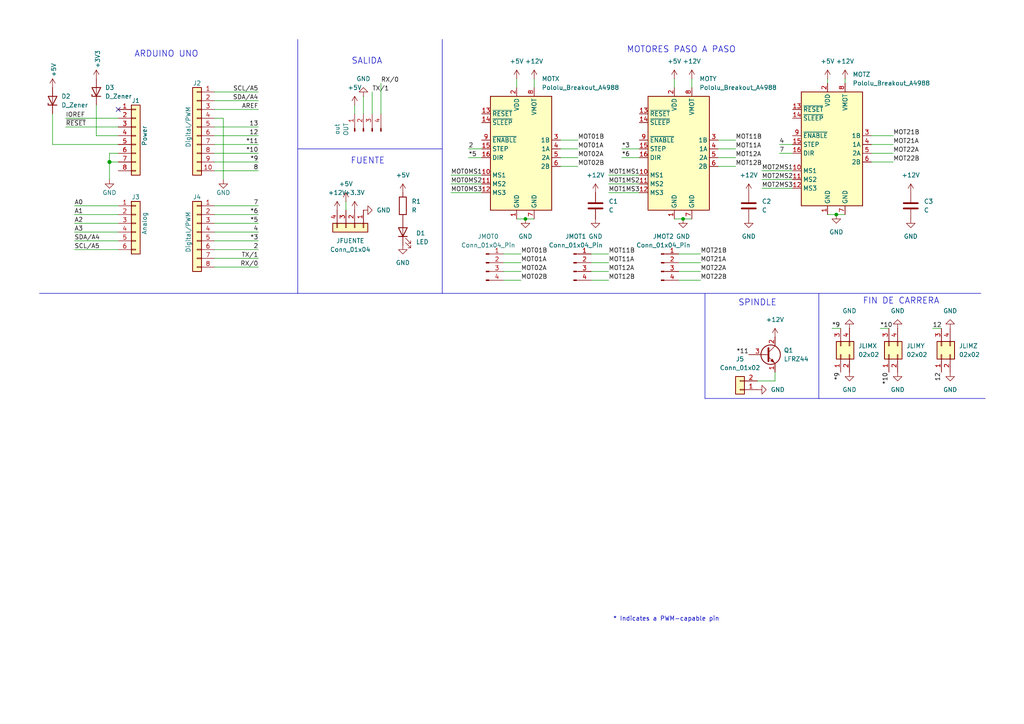
<source format=kicad_sch>
(kicad_sch (version 20231120) (generator "eeschema") (generator_version "8.0")
  (paper "A4")
  (title_block (date "mar. 31 mars 2015"))
  (lib_symbols
    (symbol "+5V_1" (power) (pin_numbers hide) (pin_names (offset 0) hide)
      (property "Value" "+5V" (at 0 3.556 0))
      (symbol "+5V_1_0_1"
        (polyline (pts (xy -0.762 1.27) (xy 0 2.54)))
        (polyline (pts (xy 0 0) (xy 0 2.54)))
        (polyline (pts (xy 0 2.54) (xy 0.762 1.27)))
      )
      (symbol "+5V_1_1_1"
        (pin power_in line (at 0 0 90) (length 0) (name "~") (number "1"))
      )
    )
    (symbol "+5V_2" (power) (pin_numbers hide) (pin_names (offset 0) hide)
      (property "Value" "+5V" (at 0 3.556 0))
      (symbol "+5V_2_0_1"
        (polyline (pts (xy -0.762 1.27) (xy 0 2.54)))
        (polyline (pts (xy 0 0) (xy 0 2.54)))
        (polyline (pts (xy 0 2.54) (xy 0.762 1.27)))
      )
      (symbol "+5V_2_1_1"
        (pin power_in line (at 0 0 90) (length 0) (name "~") (number "1"))
      )
    )
    (symbol "+5V_3" (power) (pin_numbers hide) (pin_names (offset 0) hide)
      (property "Value" "+5V" (at 0 3.556 0))
      (symbol "+5V_3_0_1"
        (polyline (pts (xy -0.762 1.27) (xy 0 2.54)))
        (polyline (pts (xy 0 0) (xy 0 2.54)))
        (polyline (pts (xy 0 2.54) (xy 0.762 1.27)))
      )
      (symbol "+5V_3_1_1"
        (pin power_in line (at 0 0 90) (length 0) (name "~") (number "1"))
      )
    )
    (symbol "+5V_4" (power) (pin_numbers hide) (pin_names (offset 0) hide)
      (property "Value" "+5V" (at 0 3.556 0))
      (symbol "+5V_4_0_1"
        (polyline (pts (xy -0.762 1.27) (xy 0 2.54)))
        (polyline (pts (xy 0 0) (xy 0 2.54)))
        (polyline (pts (xy 0 2.54) (xy 0.762 1.27)))
      )
      (symbol "+5V_4_1_1"
        (pin power_in line (at 0 0 90) (length 0) (name "~") (number "1"))
      )
    )
    (symbol "+5V_5" (power) (pin_numbers hide) (pin_names (offset 0) hide)
      (property "Value" "+5V" (at 0 3.556 0))
      (symbol "+5V_5_0_1"
        (polyline (pts (xy -0.762 1.27) (xy 0 2.54)))
        (polyline (pts (xy 0 0) (xy 0 2.54)))
        (polyline (pts (xy 0 2.54) (xy 0.762 1.27)))
      )
      (symbol "+5V_5_1_1"
        (pin power_in line (at 0 0 90) (length 0) (name "~") (number "1"))
      )
    )
    (symbol "Connector:Conn_01x04_Pin" (pin_names (offset 1.016) hide)
      (property "Reference" "J" (at 0 5.08 0))
      (property "Value" "Conn_01x04_Pin" (at 0 -7.62 0))
      (symbol "Conn_01x04_Pin_1_1"
        (polyline (pts (xy 1.27 -5.08) (xy 0.8636 -5.08)) (stroke (width 0.1524)))
        (polyline (pts (xy 1.27 -2.54) (xy 0.8636 -2.54)) (stroke (width 0.1524)))
        (polyline (pts (xy 1.27 0) (xy 0.8636 0)) (stroke (width 0.1524)))
        (polyline (pts (xy 1.27 2.54) (xy 0.8636 2.54)) (stroke (width 0.1524)))
        (rectangle (start 0.8636 -4.953) (end 0 -5.207) (stroke (width 0.1524)) (fill (type outline)))
        (rectangle (start 0.8636 -2.413) (end 0 -2.667) (stroke (width 0.1524)) (fill (type outline)))
        (rectangle (start 0.8636 0.127) (end 0 -0.127) (stroke (width 0.1524)) (fill (type outline)))
        (rectangle (start 0.8636 2.667) (end 0 2.413) (stroke (width 0.1524)) (fill (type outline)))
        (pin passive line (at 5.08 2.54 180) (length 3.81) (name "Pin_1") (number "1"))
        (pin passive line (at 5.08 0 180) (length 3.81) (name "Pin_2") (number "2"))
        (pin passive line (at 5.08 -2.54 180) (length 3.81) (name "Pin_3") (number "3"))
        (pin passive line (at 5.08 -5.08 180) (length 3.81) (name "Pin_4") (number "4"))
      )
    )
    (symbol "Connector_Generic:Conn_01x02" (pin_names (offset 1.016) hide)
      (property "Reference" "J" (at 0 2.54 0))
      (property "Value" "Conn_01x02" (at 0 -5.08 0))
      (symbol "Conn_01x02_1_1"
        (rectangle (start -1.27 -2.413) (end 0 -2.667) (stroke (width 0.1524)))
        (rectangle (start -1.27 0.127) (end 0 -0.127) (stroke (width 0.1524)))
        (rectangle (start -1.27 1.27) (end 1.27 -3.81) (stroke (width 0.254)) (fill (type background)))
        (pin passive line (at -5.08 0 0) (length 3.81) (name "Pin_1") (number "1"))
        (pin passive line (at -5.08 -2.54 0) (length 3.81) (name "Pin_2") (number "2"))
      )
    )
    (symbol "Connector_Generic:Conn_01x04" (pin_names (offset 1.016) hide)
      (property "Reference" "J" (at 0 5.08 0))
      (property "Value" "Conn_01x04" (at 0 -7.62 0))
      (symbol "Conn_01x04_1_1"
        (rectangle (start -1.27 -4.953) (end 0 -5.207) (stroke (width 0.1524)))
        (rectangle (start -1.27 -2.413) (end 0 -2.667) (stroke (width 0.1524)))
        (rectangle (start -1.27 0.127) (end 0 -0.127) (stroke (width 0.1524)))
        (rectangle (start -1.27 2.667) (end 0 2.413) (stroke (width 0.1524)))
        (rectangle (start -1.27 3.81) (end 1.27 -6.35) (stroke (width 0.254)) (fill (type background)))
        (pin passive line (at -5.08 2.54 0) (length 3.81) (name "Pin_1") (number "1"))
        (pin passive line (at -5.08 0 0) (length 3.81) (name "Pin_2") (number "2"))
        (pin passive line (at -5.08 -2.54 0) (length 3.81) (name "Pin_3") (number "3"))
        (pin passive line (at -5.08 -5.08 0) (length 3.81) (name "Pin_4") (number "4"))
      )
    )
    (symbol "Connector_Generic:Conn_01x06" (pin_names (offset 1.016) hide)
      (property "Reference" "J" (at 0 7.62 0))
      (property "Value" "Conn_01x06" (at 0 -10.16 0))
      (symbol "Conn_01x06_1_1"
        (rectangle (start -1.27 -7.493) (end 0 -7.747) (stroke (width 0.1524)))
        (rectangle (start -1.27 -4.953) (end 0 -5.207) (stroke (width 0.1524)))
        (rectangle (start -1.27 -2.413) (end 0 -2.667) (stroke (width 0.1524)))
        (rectangle (start -1.27 0.127) (end 0 -0.127) (stroke (width 0.1524)))
        (rectangle (start -1.27 2.667) (end 0 2.413) (stroke (width 0.1524)))
        (rectangle (start -1.27 5.207) (end 0 4.953) (stroke (width 0.1524)))
        (rectangle (start -1.27 6.35) (end 1.27 -8.89) (stroke (width 0.254)) (fill (type background)))
        (pin passive line (at -5.08 5.08 0) (length 3.81) (name "Pin_1") (number "1"))
        (pin passive line (at -5.08 2.54 0) (length 3.81) (name "Pin_2") (number "2"))
        (pin passive line (at -5.08 0 0) (length 3.81) (name "Pin_3") (number "3"))
        (pin passive line (at -5.08 -2.54 0) (length 3.81) (name "Pin_4") (number "4"))
        (pin passive line (at -5.08 -5.08 0) (length 3.81) (name "Pin_5") (number "5"))
        (pin passive line (at -5.08 -7.62 0) (length 3.81) (name "Pin_6") (number "6"))
      )
    )
    (symbol "Connector_Generic:Conn_01x08" (pin_names (offset 1.016) hide)
      (property "Reference" "J" (at 0 10.16 0))
      (property "Value" "Conn_01x08" (at 0 -12.7 0))
      (symbol "Conn_01x08_1_1"
        (rectangle (start -1.27 -10.033) (end 0 -10.287) (stroke (width 0.1524)))
        (rectangle (start -1.27 -7.493) (end 0 -7.747) (stroke (width 0.1524)))
        (rectangle (start -1.27 -4.953) (end 0 -5.207) (stroke (width 0.1524)))
        (rectangle (start -1.27 -2.413) (end 0 -2.667) (stroke (width 0.1524)))
        (rectangle (start -1.27 0.127) (end 0 -0.127) (stroke (width 0.1524)))
        (rectangle (start -1.27 2.667) (end 0 2.413) (stroke (width 0.1524)))
        (rectangle (start -1.27 5.207) (end 0 4.953) (stroke (width 0.1524)))
        (rectangle (start -1.27 7.747) (end 0 7.493) (stroke (width 0.1524)))
        (rectangle (start -1.27 8.89) (end 1.27 -11.43) (stroke (width 0.254)) (fill (type background)))
        (pin passive line (at -5.08 7.62 0) (length 3.81) (name "Pin_1") (number "1"))
        (pin passive line (at -5.08 5.08 0) (length 3.81) (name "Pin_2") (number "2"))
        (pin passive line (at -5.08 2.54 0) (length 3.81) (name "Pin_3") (number "3"))
        (pin passive line (at -5.08 0 0) (length 3.81) (name "Pin_4") (number "4"))
        (pin passive line (at -5.08 -2.54 0) (length 3.81) (name "Pin_5") (number "5"))
        (pin passive line (at -5.08 -5.08 0) (length 3.81) (name "Pin_6") (number "6"))
        (pin passive line (at -5.08 -7.62 0) (length 3.81) (name "Pin_7") (number "7"))
        (pin passive line (at -5.08 -10.16 0) (length 3.81) (name "Pin_8") (number "8"))
      )
    )
    (symbol "Connector_Generic:Conn_01x10" (pin_names (offset 1.016) hide)
      (property "Reference" "J" (at 0 12.7 0))
      (property "Value" "Conn_01x10" (at 0 -15.24 0))
      (symbol "Conn_01x10_1_1"
        (rectangle (start -1.27 -12.573) (end 0 -12.827) (stroke (width 0.1524)))
        (rectangle (start -1.27 -10.033) (end 0 -10.287) (stroke (width 0.1524)))
        (rectangle (start -1.27 -7.493) (end 0 -7.747) (stroke (width 0.1524)))
        (rectangle (start -1.27 -4.953) (end 0 -5.207) (stroke (width 0.1524)))
        (rectangle (start -1.27 -2.413) (end 0 -2.667) (stroke (width 0.1524)))
        (rectangle (start -1.27 0.127) (end 0 -0.127) (stroke (width 0.1524)))
        (rectangle (start -1.27 2.667) (end 0 2.413) (stroke (width 0.1524)))
        (rectangle (start -1.27 5.207) (end 0 4.953) (stroke (width 0.1524)))
        (rectangle (start -1.27 7.747) (end 0 7.493) (stroke (width 0.1524)))
        (rectangle (start -1.27 10.287) (end 0 10.033) (stroke (width 0.1524)))
        (rectangle (start -1.27 11.43) (end 1.27 -13.97) (stroke (width 0.254)) (fill (type background)))
        (pin passive line (at -5.08 10.16 0) (length 3.81) (name "Pin_1") (number "1"))
        (pin passive line (at -5.08 -12.7 0) (length 3.81) (name "Pin_10") (number "10"))
        (pin passive line (at -5.08 7.62 0) (length 3.81) (name "Pin_2") (number "2"))
        (pin passive line (at -5.08 5.08 0) (length 3.81) (name "Pin_3") (number "3"))
        (pin passive line (at -5.08 2.54 0) (length 3.81) (name "Pin_4") (number "4"))
        (pin passive line (at -5.08 0 0) (length 3.81) (name "Pin_5") (number "5"))
        (pin passive line (at -5.08 -2.54 0) (length 3.81) (name "Pin_6") (number "6"))
        (pin passive line (at -5.08 -5.08 0) (length 3.81) (name "Pin_7") (number "7"))
        (pin passive line (at -5.08 -7.62 0) (length 3.81) (name "Pin_8") (number "8"))
        (pin passive line (at -5.08 -10.16 0) (length 3.81) (name "Pin_9") (number "9"))
      )
    )
    (symbol "Connector_Generic:Conn_02x02_Top_Bottom" (pin_names (offset 1.016) hide)
      (property "Reference" "J" (at 1.27 2.54 0))
      (property "Value" "Conn_02x02_Top_Bottom" (at 1.27 -5.08 0))
      (symbol "Conn_02x02_Top_Bottom_1_1"
        (rectangle (start -1.27 -2.413) (end 0 -2.667) (stroke (width 0.1524)))
        (rectangle (start -1.27 0.127) (end 0 -0.127) (stroke (width 0.1524)))
        (rectangle (start -1.27 1.27) (end 3.81 -3.81) (stroke (width 0.254)) (fill (type background)))
        (rectangle (start 3.81 -2.413) (end 2.54 -2.667) (stroke (width 0.1524)))
        (rectangle (start 3.81 0.127) (end 2.54 -0.127) (stroke (width 0.1524)))
        (pin passive line (at -5.08 0 0) (length 3.81) (name "Pin_1") (number "1"))
        (pin passive line (at -5.08 -2.54 0) (length 3.81) (name "Pin_2") (number "2"))
        (pin passive line (at 7.62 0 180) (length 3.81) (name "Pin_3") (number "3"))
        (pin passive line (at 7.62 -2.54 180) (length 3.81) (name "Pin_4") (number "4"))
      )
    )
    (symbol "Device:C" (pin_numbers hide) (pin_names (offset 0.254))
      (property "Reference" "C" (at 0.635 2.54 0))
      (property "Value" "C" (at 0.635 -2.54 0))
      (symbol "C_0_1"
        (polyline (pts (xy -2.032 -0.762) (xy 2.032 -0.762)) (stroke (width 0.508)))
        (polyline (pts (xy -2.032 0.762) (xy 2.032 0.762)) (stroke (width 0.508)))
      )
      (symbol "C_1_1"
        (pin passive line (at 0 3.81 270) (length 2.794) (name "~") (number "1"))
        (pin passive line (at 0 -3.81 90) (length 2.794) (name "~") (number "2"))
      )
    )
    (symbol "Device:D_Zener" (pin_numbers hide) (pin_names (offset 1.016) hide)
      (property "Reference" "D" (at 0 2.54 0))
      (property "Value" "D_Zener" (at 0 -2.54 0))
      (symbol "D_Zener_0_1"
        (polyline (pts (xy 1.27 0) (xy -1.27 0)))
        (polyline (pts (xy -1.27 -1.27) (xy -1.27 1.27) (xy -0.762 1.27)) (stroke (width 0.254)))
        (polyline (pts (xy 1.27 -1.27) (xy 1.27 1.27) (xy -1.27 0) (xy 1.27 -1.27)) (stroke (width 0.254)))
      )
      (symbol "D_Zener_1_1"
        (pin passive line (at -3.81 0 0) (length 2.54) (name "K") (number "1"))
        (pin passive line (at 3.81 0 180) (length 2.54) (name "A") (number "2"))
      )
    )
    (symbol "Device:LED" (pin_numbers hide) (pin_names (offset 1.016) hide)
      (property "Reference" "D" (at 0 2.54 0))
      (property "Value" "LED" (at 0 -2.54 0))
      (symbol "LED_0_1"
        (polyline (pts (xy -1.27 -1.27) (xy -1.27 1.27)) (stroke (width 0.254)))
        (polyline (pts (xy -1.27 0) (xy 1.27 0)))
        (polyline (pts (xy 1.27 -1.27) (xy 1.27 1.27) (xy -1.27 0) (xy 1.27 -1.27)) (stroke (width 0.254)))
        (polyline (pts (xy -3.048 -0.762) (xy -4.572 -2.286) (xy -3.81 -2.286) (xy -4.572 -2.286) (xy -4.572 -1.524)))
        (polyline (pts (xy -1.778 -0.762) (xy -3.302 -2.286) (xy -2.54 -2.286) (xy -3.302 -2.286) (xy -3.302 -1.524)))
      )
      (symbol "LED_1_1"
        (pin passive line (at -3.81 0 0) (length 2.54) (name "K") (number "1"))
        (pin passive line (at 3.81 0 180) (length 2.54) (name "A") (number "2"))
      )
    )
    (symbol "Device:R" (pin_numbers hide) (pin_names (offset 0))
      (property "Reference" "R" (at 2.032 0 90))
      (property "Value" "R" (at 0 0 90))
      (symbol "R_0_1"
        (rectangle (start -1.016 -2.54) (end 1.016 2.54) (stroke (width 0.254)))
      )
      (symbol "R_1_1"
        (pin passive line (at 0 3.81 270) (length 1.27) (name "~") (number "1"))
        (pin passive line (at 0 -3.81 90) (length 1.27) (name "~") (number "2"))
      )
    )
    (symbol "Driver_Motor:Pololu_Breakout_A4988"
      (property "Reference" "A" (at -2.54 19.05 0))
      (property "Value" "Pololu_Breakout_A4988" (at -2.54 16.51 0))
      (symbol "Pololu_Breakout_A4988_0_1"
        (rectangle (start 10.16 -17.78) (end -7.62 15.24) (stroke (width 0.254)) (fill (type background)))
      )
      (symbol "Pololu_Breakout_A4988_1_1"
        (pin power_in line (at 0 -20.32 90) (length 2.54) (name "GND") (number "1"))
        (pin input line (at -10.16 -7.62 0) (length 2.54) (name "MS1") (number "10"))
        (pin input line (at -10.16 -10.16 0) (length 2.54) (name "MS2") (number "11"))
        (pin input line (at -10.16 -12.7 0) (length 2.54) (name "MS3") (number "12"))
        (pin input line (at -10.16 10.16 0) (length 2.54) (name "~{RESET}") (number "13"))
        (pin input line (at -10.16 7.62 0) (length 2.54) (name "~{SLEEP}") (number "14"))
        (pin input line (at -10.16 0 0) (length 2.54) (name "STEP") (number "15"))
        (pin input line (at -10.16 -2.54 0) (length 2.54) (name "DIR") (number "16"))
        (pin power_in line (at 0 17.78 270) (length 2.54) (name "VDD") (number "2"))
        (pin output line (at 12.7 2.54 180) (length 2.54) (name "1B") (number "3"))
        (pin output line (at 12.7 0 180) (length 2.54) (name "1A") (number "4"))
        (pin output line (at 12.7 -2.54 180) (length 2.54) (name "2A") (number "5"))
        (pin output line (at 12.7 -5.08 180) (length 2.54) (name "2B") (number "6"))
        (pin power_in line (at 5.08 -20.32 90) (length 2.54) (name "GND") (number "7"))
        (pin power_in line (at 5.08 17.78 270) (length 2.54) (name "VMOT") (number "8"))
        (pin input line (at -10.16 2.54 0) (length 2.54) (name "~{ENABLE}") (number "9"))
      )
    )
    (symbol "GND_1" (power) (pin_numbers hide) (pin_names (offset 0) hide)
      (property "Value" "GND" (at 0 -3.81 0))
      (symbol "GND_1_0_1"
        (polyline (pts (xy 0 0) (xy 0 -1.27) (xy 1.27 -1.27) (xy 0 -2.54) (xy -1.27 -1.27) (xy 0 -1.27)))
      )
      (symbol "GND_1_1_1"
        (pin power_in line (at 0 0 270) (length 0) (name "~") (number "1"))
      )
    )
    (symbol "GND_2" (power) (pin_numbers hide) (pin_names (offset 0) hide)
      (property "Value" "GND" (at 0 -3.81 0))
      (symbol "GND_2_0_1"
        (polyline (pts (xy 0 0) (xy 0 -1.27) (xy 1.27 -1.27) (xy 0 -2.54) (xy -1.27 -1.27) (xy 0 -1.27)))
      )
      (symbol "GND_2_1_1"
        (pin power_in line (at 0 0 270) (length 0) (name "~") (number "1"))
      )
    )
    (symbol "GND_3" (power) (pin_numbers hide) (pin_names (offset 0) hide)
      (property "Value" "GND" (at 0 -3.81 0))
      (symbol "GND_3_0_1"
        (polyline (pts (xy 0 0) (xy 0 -1.27) (xy 1.27 -1.27) (xy 0 -2.54) (xy -1.27 -1.27) (xy 0 -1.27)))
      )
      (symbol "GND_3_1_1"
        (pin power_in line (at 0 0 270) (length 0) (name "~") (number "1"))
      )
    )
    (symbol "Transistor_BJT:BF457" (pin_names (offset 0) hide)
      (property "Reference" "Q" (at 5.08 1.905 0))
      (property "Value" "BF457" (at 5.08 0 0))
      (symbol "BF457_0_1"
        (polyline (pts (xy 0 0) (xy 0.635 0)))
        (polyline (pts (xy 0.635 0.635) (xy 2.54 2.54)))
        (polyline (pts (xy 0.635 -0.635) (xy 2.54 -2.54) (xy 2.54 -2.54)))
        (polyline (pts (xy 0.635 1.905) (xy 0.635 -1.905) (xy 0.635 -1.905)) (stroke (width 0.508)))
        (polyline (pts (xy 1.27 -1.778) (xy 1.778 -1.27) (xy 2.286 -2.286) (xy 1.27 -1.778) (xy 1.27 -1.778)) (fill (type outline)))
        (circle (center 1.27 0) (radius 2.8194) (stroke (width 0.254)))
      )
      (symbol "BF457_1_1"
        (pin passive line (at 2.54 -5.08 90) (length 2.54) (name "E") (number "1"))
        (pin passive line (at 2.54 5.08 270) (length 2.54) (name "C") (number "2"))
        (pin input line (at -5.08 0 0) (length 5.08) (name "B") (number "3"))
      )
    )
    (symbol "power:+12V" (power) (pin_numbers hide) (pin_names (offset 0) hide)
      (property "Value" "+12V" (at 0 3.556 0))
      (symbol "+12V_0_1"
        (polyline (pts (xy -0.762 1.27) (xy 0 2.54)))
        (polyline (pts (xy 0 0) (xy 0 2.54)))
        (polyline (pts (xy 0 2.54) (xy 0.762 1.27)))
      )
      (symbol "+12V_1_1"
        (pin power_in line (at 0 0 90) (length 0) (name "~") (number "1"))
      )
    )
    (symbol "power:+3.3V" (power) (pin_numbers hide) (pin_names (offset 0) hide)
      (property "Value" "+3.3V" (at 0 3.556 0))
      (symbol "+3.3V_0_1"
        (polyline (pts (xy -0.762 1.27) (xy 0 2.54)))
        (polyline (pts (xy 0 0) (xy 0 2.54)))
        (polyline (pts (xy 0 2.54) (xy 0.762 1.27)))
      )
      (symbol "+3.3V_1_1"
        (pin power_in line (at 0 0 90) (length 0) (name "~") (number "1"))
      )
    )
    (symbol "power:+3V3" (power) (pin_names (offset 0))
      (property "Value" "+3V3" (at 0 3.556 0))
      (symbol "+3V3_0_1"
        (polyline (pts (xy -0.762 1.27) (xy 0 2.54)))
        (polyline (pts (xy 0 0) (xy 0 2.54)))
        (polyline (pts (xy 0 2.54) (xy 0.762 1.27)))
      )
      (symbol "+3V3_1_1"
        (pin power_in line (at 0 0 90) (length 0) hide (name "+3V3") (number "1"))
      )
    )
    (symbol "power:+5V" (power) (pin_names (offset 0))
      (property "Value" "+5V" (at 0 3.556 0))
      (symbol "+5V_0_1"
        (polyline (pts (xy -0.762 1.27) (xy 0 2.54)))
        (polyline (pts (xy 0 0) (xy 0 2.54)))
        (polyline (pts (xy 0 2.54) (xy 0.762 1.27)))
      )
      (symbol "+5V_1_1"
        (pin power_in line (at 0 0 90) (length 0) hide (name "+5V") (number "1"))
      )
    )
    (symbol "power:GND" (power) (pin_names (offset 0))
      (property "Value" "GND" (at 0 -3.81 0))
      (symbol "GND_0_1"
        (polyline (pts (xy 0 0) (xy 0 -1.27) (xy 1.27 -1.27) (xy 0 -2.54) (xy -1.27 -1.27) (xy 0 -1.27)))
      )
      (symbol "GND_1_1"
        (pin power_in line (at 0 0 270) (length 0) hide (name "GND") (number "1"))
      )
    )
  )
  (junction (at 31.75 46.99) (diameter 1.016))
  (junction (at 152.4 63.5))
  (junction (at 198.12 63.5))
  (junction (at 242.57 62.23))
  (no_connect (at 34.29 31.75))
  (wire (pts (xy 62.23 77.47) (xy 74.93 77.47)))
  (wire (pts (xy 195.58 22.86) (xy 195.58 25.4)))
  (wire (pts (xy 154.94 22.86) (xy 154.94 25.4)))
  (wire (pts (xy 62.23 44.45) (xy 74.93 44.45)))
  (wire (pts (xy 62.23 26.67) (xy 74.93 26.67)))
  (wire (pts (xy 176.53 53.34) (xy 185.42 53.34)))
  (wire (pts (xy 180.34 45.72) (xy 185.42 45.72)))
  (wire (pts (xy 208.28 48.26) (xy 213.36 48.26)))
  (wire (pts (xy 252.73 46.99) (xy 259.08 46.99)))
  (wire (pts (xy 31.75 44.45) (xy 31.75 46.99)))
  (polyline (pts (xy 237.49 115.57) (xy 237.49 85.09)))
  (wire (pts (xy 171.45 81.28) (xy 176.53 81.28)))
  (wire (pts (xy 21.59 72.39) (xy 34.29 72.39)))
  (wire (pts (xy 130.81 55.88) (xy 139.7 55.88)))
  (wire (pts (xy 255.27 95.25) (xy 257.81 95.25)))
  (wire (pts (xy 110.49 24.13) (xy 110.49 33.02)))
  (wire (pts (xy 31.75 46.99) (xy 31.75 52.07)))
  (wire (pts (xy 240.03 62.23) (xy 242.57 62.23)))
  (wire (pts (xy 27.94 30.48) (xy 27.94 39.37)))
  (wire (pts (xy 15.24 41.91) (xy 34.29 41.91)))
  (wire (pts (xy 146.05 78.74) (xy 151.13 78.74)))
  (polyline (pts (xy 11.43 85.09) (xy 86.36 85.09)))
  (wire (pts (xy 149.86 22.86) (xy 149.86 25.4)))
  (wire (pts (xy 220.98 52.07) (xy 229.87 52.07)))
  (wire (pts (xy 62.23 36.83) (xy 74.93 36.83)))
  (wire (pts (xy 62.23 59.69) (xy 74.93 59.69)))
  (wire (pts (xy 226.06 41.91) (xy 229.87 41.91)))
  (wire (pts (xy 34.29 59.69) (xy 21.59 59.69)))
  (wire (pts (xy 62.23 39.37) (xy 74.93 39.37)))
  (wire (pts (xy 146.05 81.28) (xy 151.13 81.28)))
  (wire (pts (xy 162.56 40.64) (xy 167.64 40.64)))
  (wire (pts (xy 62.23 62.23) (xy 74.93 62.23)))
  (wire (pts (xy 196.85 73.66) (xy 203.2 73.66)))
  (wire (pts (xy 107.95 26.67) (xy 107.95 33.02)))
  (polyline (pts (xy 204.47 115.57) (xy 204.47 85.09)))
  (wire (pts (xy 195.58 63.5) (xy 198.12 63.5)))
  (wire (pts (xy 252.73 41.91) (xy 259.08 41.91)))
  (wire (pts (xy 198.12 63.5) (xy 200.66 63.5)))
  (wire (pts (xy 135.89 45.72) (xy 139.7 45.72)))
  (wire (pts (xy 62.23 46.99) (xy 74.93 46.99)))
  (wire (pts (xy 226.06 44.45) (xy 229.87 44.45)))
  (wire (pts (xy 176.53 55.88) (xy 185.42 55.88)))
  (wire (pts (xy 208.28 43.18) (xy 213.36 43.18)))
  (wire (pts (xy 62.23 67.31) (xy 74.93 67.31)))
  (polyline (pts (xy 86.36 85.09) (xy 128.27 85.09)))
  (wire (pts (xy 100.33 58.42) (xy 100.33 60.96)))
  (wire (pts (xy 171.45 73.66) (xy 176.53 73.66)))
  (wire (pts (xy 19.05 34.29) (xy 34.29 34.29)))
  (wire (pts (xy 102.87 30.48) (xy 102.87 33.02)))
  (polyline (pts (xy 128.27 11.43) (xy 128.27 85.09)))
  (polyline (pts (xy 86.36 43.18) (xy 128.27 43.18)))
  (wire (pts (xy 171.45 78.74) (xy 176.53 78.74)))
  (wire (pts (xy 208.28 45.72) (xy 213.36 45.72)))
  (wire (pts (xy 220.98 49.53) (xy 229.87 49.53)))
  (wire (pts (xy 64.77 34.29) (xy 64.77 52.07)))
  (wire (pts (xy 196.85 76.2) (xy 203.2 76.2)))
  (wire (pts (xy 176.53 50.8) (xy 185.42 50.8)))
  (wire (pts (xy 62.23 31.75) (xy 74.93 31.75)))
  (wire (pts (xy 245.11 22.86) (xy 245.11 24.13)))
  (wire (pts (xy 34.29 64.77) (xy 21.59 64.77)))
  (wire (pts (xy 19.05 36.83) (xy 34.29 36.83)))
  (polyline (pts (xy 237.49 115.57) (xy 204.47 115.57)))
  (wire (pts (xy 34.29 46.99) (xy 31.75 46.99)))
  (wire (pts (xy 15.24 33.02) (xy 15.24 41.91)))
  (polyline (pts (xy 86.36 11.43) (xy 86.36 85.09)))
  (wire (pts (xy 130.81 53.34) (xy 139.7 53.34)))
  (wire (pts (xy 242.57 62.23) (xy 245.11 62.23)))
  (wire (pts (xy 162.56 48.26) (xy 167.64 48.26)))
  (wire (pts (xy 200.66 22.86) (xy 200.66 25.4)))
  (wire (pts (xy 196.85 78.74) (xy 203.2 78.74)))
  (wire (pts (xy 21.59 62.23) (xy 34.29 62.23)))
  (wire (pts (xy 152.4 63.5) (xy 154.94 63.5)))
  (wire (pts (xy 162.56 45.72) (xy 167.64 45.72)))
  (wire (pts (xy 149.86 63.5) (xy 152.4 63.5)))
  (wire (pts (xy 208.28 40.64) (xy 213.36 40.64)))
  (wire (pts (xy 252.73 39.37) (xy 259.08 39.37)))
  (wire (pts (xy 62.23 34.29) (xy 64.77 34.29)))
  (wire (pts (xy 34.29 44.45) (xy 31.75 44.45)))
  (wire (pts (xy 270.51 95.25) (xy 273.05 95.25)))
  (wire (pts (xy 62.23 41.91) (xy 74.93 41.91)))
  (wire (pts (xy 27.94 39.37) (xy 34.29 39.37)))
  (wire (pts (xy 224.79 110.49) (xy 224.79 107.95)))
  (wire (pts (xy 135.89 43.18) (xy 139.7 43.18)))
  (wire (pts (xy 105.41 27.94) (xy 105.41 33.02)))
  (wire (pts (xy 62.23 64.77) (xy 74.93 64.77)))
  (wire (pts (xy 252.73 44.45) (xy 259.08 44.45)))
  (wire (pts (xy 21.59 67.31) (xy 34.29 67.31)))
  (wire (pts (xy 146.05 73.66) (xy 151.13 73.66)))
  (wire (pts (xy 162.56 43.18) (xy 167.64 43.18)))
  (wire (pts (xy 171.45 76.2) (xy 176.53 76.2)))
  (wire (pts (xy 196.85 81.28) (xy 203.2 81.28)))
  (wire (pts (xy 220.98 54.61) (xy 229.87 54.61)))
  (wire (pts (xy 241.3 95.25) (xy 243.84 95.25)))
  (polyline (pts (xy 285.75 115.57) (xy 237.49 115.57)))
  (wire (pts (xy 62.23 29.21) (xy 74.93 29.21)))
  (wire (pts (xy 240.03 22.86) (xy 240.03 24.13)))
  (wire (pts (xy 62.23 72.39) (xy 74.93 72.39)))
  (wire (pts (xy 62.23 69.85) (xy 74.93 69.85)))
  (wire (pts (xy 219.71 110.49) (xy 224.79 110.49)))
  (wire (pts (xy 62.23 74.93) (xy 74.93 74.93)))
  (wire (pts (xy 34.29 69.85) (xy 21.59 69.85)))
  (polyline (pts (xy 128.27 85.09) (xy 284.48 85.09)))
  (wire (pts (xy 180.34 43.18) (xy 185.42 43.18)))
  (wire (pts (xy 146.05 76.2) (xy 151.13 76.2)))
  (wire (pts (xy 62.23 49.53) (xy 74.93 49.53)))
  (wire (pts (xy 130.81 50.8) (xy 139.7 50.8)))
  (text "ARDUINO UNO" (at 48.26 15.748 0) (effects (font (size 1.778 1.778))))
  (text "FUENTE" (at 106.68 46.736 0) (effects (font (size 1.778 1.778))))
  (text "MOTORES PASO A PASO" (at 197.612 14.478 0) (effects (font (size 1.778 1.778))))
  (text "* Indicates a PWM-capable pin" (at 177.8 180.34 0) (effects (font (size 1.27 1.27)) (justify left bottom)))
  (text "SALIDA" (at 106.426 17.78 0) (effects (font (size 1.778 1.778))))
  (text "SPINDLE" (at 219.71 87.884 0) (effects (font (size 1.778 1.778))))
  (text "FIN DE CARRERA" (at 261.366 87.376 0) (effects (font (size 1.778 1.778))))
  (label "RX{slash}0" (at 74.93 77.47 180))
  (label "A2" (at 21.59 64.77 0))
  (label "4" (at 74.93 67.31 180))
  (label "MOT01B" (at 151.13 73.66 0))
  (label "MOT12B" (at 176.53 81.28 0))
  (label "RX{slash}0" (at 110.49 24.13 0))
  (label "MOT02B" (at 151.13 81.28 0))
  (label "TX{slash}1" (at 107.95 26.67 0))
  (label "*9" (at 243.84 107.95 270))
  (label "MOT0MS2" (at 130.81 53.34 0))
  (label "MOT22B" (at 259.08 46.99 0))
  (label "*6" (at 180.34 45.72 0))
  (label "2" (at 74.93 72.39 180))
  (label "MOT12A" (at 213.36 45.72 0))
  (label "A3" (at 21.59 67.31 0))
  (label "MOT01A" (at 151.13 76.2 0))
  (label "13" (at 74.93 36.83 180))
  (label "MOT0MS1" (at 130.81 50.8 0))
  (label "12" (at 74.93 39.37 180))
  (label "~{RESET}" (at 19.05 36.83 0))
  (label "MOT01B" (at 167.64 40.64 0))
  (label "MOT21B" (at 259.08 39.37 0))
  (label "*10" (at 74.93 44.45 180))
  (label "MOT2MS3" (at 220.98 54.61 0))
  (label "*11" (at 217.17 102.87 180))
  (label "MOT12A" (at 176.53 78.74 0))
  (label "*9" (at 241.3 95.25 0))
  (label "MOT2MS2" (at 220.98 52.07 0))
  (label "*10" (at 257.81 107.95 270))
  (label "MOT1MS1" (at 176.53 50.8 0))
  (label "MOT11A" (at 176.53 76.2 0))
  (label "MOT02A" (at 167.64 45.72 0))
  (label "MOT12B" (at 213.36 48.26 0))
  (label "7" (at 74.93 59.69 180))
  (label "SDA{slash}A4" (at 74.93 29.21 180))
  (label "8" (at 74.93 49.53 180))
  (label "4" (at 226.06 41.91 0))
  (label "MOT11A" (at 213.36 43.18 0))
  (label "12" (at 273.05 107.95 270))
  (label "*11" (at 74.93 41.91 180))
  (label "MOT1MS2" (at 176.53 53.34 0))
  (label "*3" (at 74.93 69.85 180))
  (label "7" (at 226.06 44.45 0))
  (label "MOT01A" (at 167.64 43.18 0))
  (label "A1" (at 21.59 62.23 0))
  (label "TX{slash}1" (at 74.93 74.93 180))
  (label "MOT21B" (at 203.2 73.66 0))
  (label "A0" (at 21.59 59.69 0))
  (label "AREF" (at 74.93 31.75 180))
  (label "MOT0MS3" (at 130.81 55.88 0))
  (label "MOT11B" (at 176.53 73.66 0))
  (label "*6" (at 74.93 62.23 180))
  (label "12" (at 270.51 95.25 0))
  (label "*3" (at 180.34 43.18 0))
  (label "SCL{slash}A5" (at 74.93 26.67 180))
  (label "*9" (at 74.93 46.99 180))
  (label "MOT1MS3" (at 176.53 55.88 0))
  (label "MOT02B" (at 167.64 48.26 0))
  (label "*5" (at 135.89 45.72 0))
  (label "MOT22A" (at 203.2 78.74 0))
  (label "*5" (at 74.93 64.77 180))
  (label "MOT21A" (at 259.08 41.91 0))
  (label "MOT22A" (at 259.08 44.45 0))
  (label "MOT2MS1" (at 220.98 49.53 0))
  (label "IOREF" (at 19.05 34.29 0))
  (label "SDA{slash}A4" (at 21.59 69.85 0))
  (label "SCL{slash}A5" (at 21.59 72.39 0))
  (label "MOT21A" (at 203.2 76.2 0))
  (label "MOT02A" (at 151.13 78.74 0))
  (label "MOT11B" (at 213.36 40.64 0))
  (label "MOT22B" (at 203.2 81.28 0))
  (label "2" (at 135.89 43.18 0))
  (label "*10" (at 255.27 95.25 0))
  (symbol (lib_id "Connector_Generic:Conn_01x08") (at 39.37 39.37 0) (unit 1)
    (property "Reference" "J1" (at 39.37 29.21 0))
    (property "Value" "Power" (at 41.91 39.37 90))
    (property "Footprint" "Connector_PinSocket_2.54mm:PinSocket_1x08_P2.54mm_Vertical" (effects (hide yes)))
  )
  (symbol (lib_id "power:+3V3") (at 27.94 22.86 0) (unit 1)
    (property "Reference" "#PWR03" (effects (hide yes)))
    (property "Value" "+3V3" (at 28.321 19.812 90) (effects (justify left)))
  )
  (symbol (lib_id "power:+5V") (at 15.24 25.4 0) (unit 1)
    (property "Reference" "#PWR02" (effects (hide yes)))
    (property "Value" "+5V" (at 15.5956 22.352 90) (effects (justify left)))
  )
  (symbol (lib_id "power:GND") (at 31.75 52.07 0) (unit 1)
    (property "Reference" "#PWR04" (effects (hide yes)))
    (property "Value" "GND" (at 31.75 55.88 0))
  )
  (symbol (lib_id "Connector_Generic:Conn_01x10") (at 57.15 36.83 0) (mirror y) (unit 1)
    (property "Reference" "J2" (at 57.15 24.13 0))
    (property "Value" "Digital/PWM" (at 54.61 36.83 90))
    (property "Footprint" "Connector_PinSocket_2.54mm:PinSocket_1x10_P2.54mm_Vertical" (effects (hide yes)))
  )
  (symbol (lib_id "power:GND") (at 64.77 52.07 0) (unit 1)
    (property "Reference" "#PWR05" (effects (hide yes)))
    (property "Value" "GND" (at 64.77 55.88 0))
  )
  (symbol (lib_id "Connector_Generic:Conn_01x06") (at 39.37 64.77 0) (unit 1)
    (property "Reference" "J3" (at 39.37 57.15 0))
    (property "Value" "Analog" (at 41.91 64.77 90))
    (property "Footprint" "Connector_PinSocket_2.54mm:PinSocket_1x06_P2.54mm_Vertical" (effects (hide yes)))
  )
  (symbol (lib_id "Connector_Generic:Conn_01x08") (at 57.15 67.31 0) (mirror y) (unit 1)
    (property "Reference" "J4" (at 57.15 57.15 0))
    (property "Value" "Digital/PWM" (at 54.61 67.31 90))
    (property "Footprint" "Connector_PinSocket_2.54mm:PinSocket_1x08_P2.54mm_Vertical" (effects (hide yes)))
  )
  (symbol (lib_name "GND_3") (lib_id "power:GND") (at 116.84 71.12 0) (unit 1)
    (property "Reference" "#PWR033" (effects (hide yes)))
    (property "Value" "GND" (at 116.84 76.2 0))
    (property "Description" "Power symbol creates a global label with name \"GND\" , ground" (effects (hide yes)))
  )
  (symbol (lib_id "Driver_Motor:Pololu_Breakout_A4988") (at 195.58 43.18 0) (unit 1)
    (property "Reference" "MOTY" (at 202.8541 22.86 0) (effects (justify left)))
    (property "Value" "Pololu_Breakout_A4988" (at 202.8541 25.4 0) (effects (justify left)))
    (property "Footprint" "Module:Pololu_Breakout-16_15.2x20.3mm" (effects (hide yes)))
    (property "Datasheet" "https://www.pololu.com/product/2980/pictures" (effects (hide yes)))
    (property "Description" "Pololu Breakout Board, Stepper Driver A4988" (effects (hide yes)))
  )
  (symbol (lib_id "power:+12V") (at 200.66 22.86 0) (unit 1)
    (property "Reference" "#PWR011" (effects (hide yes)))
    (property "Value" "+12V" (at 200.66 17.78 0))
    (property "Description" "Power symbol creates a global label with name \"+12V\"" (effects (hide yes)))
  )
  (symbol (lib_id "Device:D_Zener") (at 15.24 29.21 90) (unit 1)
    (property "Reference" "D2" (at 17.78 27.9399 90) (effects (justify right)))
    (property "Value" "D_Zener" (at 17.78 30.4799 90) (effects (justify right)))
    (property "Description" "Zener diode" (effects (hide yes)))
  )
  (symbol (lib_id "Connector_Generic:Conn_02x02_Top_Bottom") (at 243.84 102.87 90) (unit 1)
    (property "Reference" "JLIMX" (at 248.92 100.3299 90) (effects (justify right)))
    (property "Value" "02x02" (at 248.92 102.8699 90) (effects (justify right)))
    (property "Description" "Generic connector, double row, 02x02, top/bottom pin numbering scheme (row 1: 1...pins_per_row, row2: pins_per_row+1 ... num_pins), script generated (kicad-library-utils/schlib/autogen/connector/)" (effects (hide yes)))
  )
  (symbol (lib_name "+5V_3") (lib_id "power:+5V") (at 240.03 22.86 0) (unit 1)
    (property "Reference" "#PWR09" (effects (hide yes)))
    (property "Value" "+5V" (at 240.03 17.78 0))
    (property "Description" "Power symbol creates a global label with name \"+5V\"" (effects (hide yes)))
  )
  (symbol (lib_name "GND_3") (lib_id "power:GND") (at 105.41 60.96 90) (unit 1)
    (property "Reference" "#PWR031" (effects (hide yes)))
    (property "Value" "GND" (at 109.22 60.9599 90) (effects (justify right)))
    (property "Description" "Power symbol creates a global label with name \"GND\" , ground" (effects (hide yes)))
  )
  (symbol (lib_id "Device:C") (at 172.72 59.69 0) (unit 1)
    (property "Reference" "C1" (at 176.53 58.4199 0) (effects (justify left)))
    (property "Value" "C" (at 176.53 60.9599 0) (effects (justify left)))
    (property "Description" "Unpolarized capacitor" (effects (hide yes)))
  )
  (symbol (lib_id "Device:C") (at 217.17 59.69 0) (unit 1)
    (property "Reference" "C2" (at 220.98 58.4199 0) (effects (justify left)))
    (property "Value" "C" (at 220.98 60.9599 0) (effects (justify left)))
    (property "Description" "Unpolarized capacitor" (effects (hide yes)))
  )
  (symbol (lib_id "Device:LED") (at 116.84 67.31 90) (unit 1)
    (property "Reference" "D1" (at 120.65 67.6274 90) (effects (justify right)))
    (property "Value" "LED" (at 120.65 70.1674 90) (effects (justify right)))
    (property "Description" "Light emitting diode" (effects (hide yes)))
  )
  (symbol (lib_name "GND_1") (lib_id "power:GND") (at 219.71 113.03 90) (unit 1)
    (property "Reference" "#PWR035" (effects (hide yes)))
    (property "Value" "GND" (at 223.52 113.0299 90) (effects (justify right)))
    (property "Description" "Power symbol creates a global label with name \"GND\" , ground" (effects (hide yes)))
  )
  (symbol (lib_name "GND_1") (lib_id "power:GND") (at 246.38 95.25 180) (unit 1)
    (property "Reference" "#PWR023" (effects (hide yes)))
    (property "Value" "GND" (at 246.38 90.17 0))
    (property "Description" "Power symbol creates a global label with name \"GND\" , ground" (effects (hide yes)))
  )
  (symbol (lib_name "+5V_1") (lib_id "power:+5V") (at 149.86 22.86 0) (unit 1)
    (property "Reference" "#PWR07" (effects (hide yes)))
    (property "Value" "+5V" (at 149.86 17.78 0))
    (property "Description" "Power symbol creates a global label with name \"+5V\"" (effects (hide yes)))
  )
  (symbol (lib_id "Transistor_BJT:BF457") (at 222.25 102.87 0) (unit 1)
    (property "Reference" "Q1" (at 227.33 101.5999 0) (effects (justify left)))
    (property "Value" "LFRZ44" (at 227.33 104.1399 0) (effects (justify left)))
    (property "Footprint" "Package_TO_SOT_THT:TO-126-3_Vertical" (effects (hide yes)))
    (property "Datasheet" "https://www.pcpaudio.com/pcpfiles/transistores/BF457-8-9.pdf" (effects (hide yes)))
    (property "Description" "0.1A Ic, 160V Vce, High Voltage NPN Transistor, TO-126" (effects (hide yes)))
  )
  (symbol (lib_name "+5V_4") (lib_id "power:+5V") (at 102.87 30.48 0) (unit 1)
    (property "Reference" "#PWR013" (effects (hide yes)))
    (property "Value" "+5V" (at 102.87 25.4 0))
    (property "Description" "Power symbol creates a global label with name \"+5V\"" (effects (hide yes)))
  )
  (symbol (lib_id "Device:C") (at 264.16 59.69 0) (unit 1)
    (property "Reference" "C3" (at 267.97 58.4199 0) (effects (justify left)))
    (property "Value" "C" (at 267.97 60.9599 0) (effects (justify left)))
    (property "Description" "Unpolarized capacitor" (effects (hide yes)))
  )
  (symbol (lib_id "Connector_Generic:Conn_02x02_Top_Bottom") (at 273.05 102.87 90) (unit 1)
    (property "Reference" "JLIMZ" (at 278.13 100.3299 90) (effects (justify right)))
    (property "Value" "02x02" (at 278.13 102.8699 90) (effects (justify right)))
    (property "Description" "Generic connector, double row, 02x02, top/bottom pin numbering scheme (row 1: 1...pins_per_row, row2: pins_per_row+1 ... num_pins), script generated (kicad-library-utils/schlib/autogen/connector/)" (effects (hide yes)))
  )
  (symbol (lib_id "Device:R") (at 116.84 59.69 0) (unit 1)
    (property "Reference" "R1" (at 119.38 58.4199 0) (effects (justify left)))
    (property "Value" "R" (at 119.38 60.9599 0) (effects (justify left)))
    (property "Description" "Resistor" (effects (hide yes)))
  )
  (symbol (lib_name "GND_1") (lib_id "power:GND") (at 260.35 95.25 180) (unit 1)
    (property "Reference" "#PWR024" (effects (hide yes)))
    (property "Value" "GND" (at 260.35 90.17 0))
    (property "Description" "Power symbol creates a global label with name \"GND\" , ground" (effects (hide yes)))
  )
  (symbol (lib_name "GND_1") (lib_id "power:GND") (at 275.59 95.25 180) (unit 1)
    (property "Reference" "#PWR026" (effects (hide yes)))
    (property "Value" "GND" (at 275.59 90.17 0))
    (property "Description" "Power symbol creates a global label with name \"GND\" , ground" (effects (hide yes)))
  )
  (symbol (lib_id "Driver_Motor:Pololu_Breakout_A4988") (at 240.03 41.91 0) (unit 1)
    (property "Reference" "MOTZ" (at 247.3041 21.59 0) (effects (justify left)))
    (property "Value" "Pololu_Breakout_A4988" (at 247.3041 24.13 0) (effects (justify left)))
    (property "Footprint" "Module:Pololu_Breakout-16_15.2x20.3mm" (effects (hide yes)))
    (property "Datasheet" "https://www.pololu.com/product/2980/pictures" (effects (hide yes)))
    (property "Description" "Pololu Breakout Board, Stepper Driver A4988" (effects (hide yes)))
  )
  (symbol (lib_name "GND_1") (lib_id "power:GND") (at 172.72 63.5 0) (unit 1)
    (property "Reference" "#PWR020" (effects (hide yes)))
    (property "Value" "GND" (at 172.72 68.58 0))
    (property "Description" "Power symbol creates a global label with name \"GND\" , ground" (effects (hide yes)))
  )
  (symbol (lib_name "GND_1") (lib_id "power:GND") (at 198.12 63.5 0) (unit 1)
    (property "Reference" "#PWR015" (effects (hide yes)))
    (property "Value" "GND" (at 198.12 68.58 0))
    (property "Description" "Power symbol creates a global label with name \"GND\" , ground" (effects (hide yes)))
  )
  (symbol (lib_name "GND_1") (lib_id "power:GND") (at 275.59 107.95 0) (unit 1)
    (property "Reference" "#PWR027" (effects (hide yes)))
    (property "Value" "GND" (at 275.59 113.03 0))
    (property "Description" "Power symbol creates a global label with name \"GND\" , ground" (effects (hide yes)))
  )
  (symbol (lib_id "power:+12V") (at 172.72 55.88 0) (unit 1)
    (property "Reference" "#PWR017" (effects (hide yes)))
    (property "Value" "+12V" (at 172.72 50.8 0))
    (property "Description" "Power symbol creates a global label with name \"+12V\"" (effects (hide yes)))
  )
  (symbol (lib_id "Connector:Conn_01x04_Pin") (at 166.37 76.2 0) (unit 1)
    (property "Reference" "JMOT1" (at 167.005 68.58 0))
    (property "Value" "Conn_01x04_Pin" (at 167.005 71.12 0))
    (property "Description" "Generic connector, single row, 01x04, script generated" (effects (hide yes)))
  )
  (symbol (lib_name "+5V_2") (lib_id "power:+5V") (at 195.58 22.86 0) (unit 1)
    (property "Reference" "#PWR08" (effects (hide yes)))
    (property "Value" "+5V" (at 195.58 17.78 0))
    (property "Description" "Power symbol creates a global label with name \"+5V\"" (effects (hide yes)))
  )
  (symbol (lib_name "+5V_5") (lib_id "power:+5V") (at 100.33 58.42 0) (unit 1)
    (property "Reference" "#PWR029" (effects (hide yes)))
    (property "Value" "+5V" (at 100.33 53.34 0))
    (property "Description" "Power symbol creates a global label with name \"+5V\"" (effects (hide yes)))
  )
  (symbol (lib_id "power:+12V") (at 224.79 97.79 0) (unit 1)
    (property "Reference" "#PWR034" (effects (hide yes)))
    (property "Value" "+12V" (at 224.79 92.71 0))
    (property "Description" "Power symbol creates a global label with name \"+12V\"" (effects (hide yes)))
  )
  (symbol (lib_id "Connector_Generic:Conn_01x04") (at 102.87 66.04 270) (unit 1)
    (property "Reference" "JFUENTE" (at 101.6 69.85 90))
    (property "Value" "Conn_01x04" (at 101.6 72.39 90))
    (property "Description" "Generic connector, single row, 01x04, script generated (kicad-library-utils/schlib/autogen/connector/)" (effects (hide yes)))
  )
  (symbol (lib_id "power:+12V") (at 97.79 60.96 0) (unit 1)
    (property "Reference" "#PWR030" (effects (hide yes)))
    (property "Value" "+12V" (at 97.79 55.88 0))
    (property "Description" "Power symbol creates a global label with name \"+12V\"" (effects (hide yes)))
  )
  (symbol (lib_id "Connector_Generic:Conn_02x02_Top_Bottom") (at 257.81 102.87 90) (unit 1)
    (property "Reference" "JLIMY" (at 262.89 100.3299 90) (effects (justify right)))
    (property "Value" "02x02" (at 262.89 102.8699 90) (effects (justify right)))
    (property "Description" "Generic connector, double row, 02x02, top/bottom pin numbering scheme (row 1: 1...pins_per_row, row2: pins_per_row+1 ... num_pins), script generated (kicad-library-utils/schlib/autogen/connector/)" (effects (hide yes)))
  )
  (symbol (lib_id "Connector:Conn_01x04_Pin") (at 140.97 76.2 0) (unit 1)
    (property "Reference" "JMOT0" (at 141.605 68.58 0))
    (property "Value" "Conn_01x04_Pin" (at 141.605 71.12 0))
    (property "Description" "Generic connector, single row, 01x04, script generated" (effects (hide yes)))
  )
  (symbol (lib_name "GND_1") (lib_id "power:GND") (at 242.57 62.23 0) (unit 1)
    (property "Reference" "#PWR016" (effects (hide yes)))
    (property "Value" "GND" (at 242.57 67.31 0))
    (property "Description" "Power symbol creates a global label with name \"GND\" , ground" (effects (hide yes)))
  )
  (symbol (lib_id "power:+3.3V") (at 102.87 60.96 0) (unit 1)
    (property "Reference" "#PWR028" (effects (hide yes)))
    (property "Value" "+3.3V" (at 102.87 55.88 0))
    (property "Description" "Power symbol creates a global label with name \"+3.3V\"" (effects (hide yes)))
  )
  (symbol (lib_name "GND_1") (lib_id "power:GND") (at 264.16 63.5 0) (unit 1)
    (property "Reference" "#PWR022" (effects (hide yes)))
    (property "Value" "GND" (at 264.16 68.58 0))
    (property "Description" "Power symbol creates a global label with name \"GND\" , ground" (effects (hide yes)))
  )
  (symbol (lib_name "GND_1") (lib_id "power:GND") (at 217.17 63.5 0) (unit 1)
    (property "Reference" "#PWR021" (effects (hide yes)))
    (property "Value" "GND" (at 217.17 68.58 0))
    (property "Description" "Power symbol creates a global label with name \"GND\" , ground" (effects (hide yes)))
  )
  (symbol (lib_name "GND_2") (lib_id "power:GND") (at 105.41 27.94 180) (unit 1)
    (property "Reference" "#PWR014" (effects (hide yes)))
    (property "Value" "GND" (at 105.41 22.86 0))
    (property "Description" "Power symbol creates a global label with name \"GND\" , ground" (effects (hide yes)))
  )
  (symbol (lib_name "+5V_5") (lib_id "power:+5V") (at 116.84 55.88 0) (unit 1)
    (property "Reference" "#PWR032" (effects (hide yes)))
    (property "Value" "+5V" (at 116.84 50.8 0))
    (property "Description" "Power symbol creates a global label with name \"+5V\"" (effects (hide yes)))
  )
  (symbol (lib_id "Connector:Conn_01x04_Pin") (at 191.77 76.2 0) (unit 1)
    (property "Reference" "JMOT2" (at 192.405 68.58 0))
    (property "Value" "Conn_01x04_Pin" (at 192.405 71.12 0))
    (property "Description" "Generic connector, single row, 01x04, script generated" (effects (hide yes)))
  )
  (symbol (lib_name "GND_1") (lib_id "power:GND") (at 152.4 63.5 0) (unit 1)
    (property "Reference" "#PWR06" (effects (hide yes)))
    (property "Value" "GND" (at 152.4 68.58 0))
    (property "Description" "Power symbol creates a global label with name \"GND\" , ground" (effects (hide yes)))
  )
  (symbol (lib_id "Connector:Conn_01x04_Pin") (at 105.41 38.1 90) (unit 1)
    (property "Reference" "out" (at 97.79 37.465 0))
    (property "Value" "OUT" (at 100.33 37.465 0))
    (property "Description" "Generic connector, single row, 01x04, script generated" (effects (hide yes)))
  )
  (symbol (lib_id "Driver_Motor:Pololu_Breakout_A4988") (at 149.86 43.18 0) (unit 1)
    (property "Reference" "MOTX" (at 157.1341 22.86 0) (effects (justify left)))
    (property "Value" "Pololu_Breakout_A4988" (at 157.1341 25.4 0) (effects (justify left)))
    (property "Footprint" "Module:Pololu_Breakout-16_15.2x20.3mm" (effects (hide yes)))
    (property "Datasheet" "https://www.pololu.com/product/2980/pictures" (effects (hide yes)))
    (property "Description" "Pololu Breakout Board, Stepper Driver A4988" (effects (hide yes)))
  )
  (symbol (lib_id "Connector_Generic:Conn_01x02") (at 214.63 113.03 180) (unit 1)
    (property "Reference" "J5" (at 214.63 104.14 0))
    (property "Value" "Conn_01x02" (at 214.63 106.68 0))
    (property "Description" "Generic connector, single row, 01x02, script generated (kicad-library-utils/schlib/autogen/connector/)" (effects (hide yes)))
  )
  (symbol (lib_name "GND_1") (lib_id "power:GND") (at 246.38 107.95 0) (unit 1)
    (property "Reference" "#PWR01" (effects (hide yes)))
    (property "Value" "GND" (at 246.38 113.03 0))
    (property "Description" "Power symbol creates a global label with name \"GND\" , ground" (effects (hide yes)))
  )
  (symbol (lib_name "GND_1") (lib_id "power:GND") (at 260.35 107.95 0) (unit 1)
    (property "Reference" "#PWR025" (effects (hide yes)))
    (property "Value" "GND" (at 260.35 113.03 0))
    (property "Description" "Power symbol creates a global label with name \"GND\" , ground" (effects (hide yes)))
  )
  (symbol (lib_id "Device:D_Zener") (at 27.94 26.67 90) (unit 1)
    (property "Reference" "D3" (at 30.48 25.3999 90) (effects (justify right)))
    (property "Value" "D_Zener" (at 30.48 27.9399 90) (effects (justify right)))
    (property "Description" "Zener diode" (effects (hide yes)))
  )
  (symbol (lib_id "power:+12V") (at 217.17 55.88 0) (unit 1)
    (property "Reference" "#PWR018" (effects (hide yes)))
    (property "Value" "+12V" (at 217.17 50.8 0))
    (property "Description" "Power symbol creates a global label with name \"+12V\"" (effects (hide yes)))
  )
  (symbol (lib_id "power:+12V") (at 264.16 55.88 0) (unit 1)
    (property "Reference" "#PWR019" (effects (hide yes)))
    (property "Value" "+12V" (at 264.16 50.8 0))
    (property "Description" "Power symbol creates a global label with name \"+12V\"" (effects (hide yes)))
  )
  (symbol (lib_id "power:+12V") (at 154.94 22.86 0) (unit 1)
    (property "Reference" "#PWR010" (effects (hide yes)))
    (property "Value" "+12V" (at 154.94 17.78 0))
    (property "Description" "Power symbol creates a global label with name \"+12V\"" (effects (hide yes)))
  )
  (symbol (lib_id "power:+12V") (at 245.11 22.86 0) (unit 1)
    (property "Reference" "#PWR012" (effects (hide yes)))
    (property "Value" "+12V" (at 245.11 17.78 0))
    (property "Description" "Power symbol creates a global label with name \"+12V\"" (effects (hide yes)))
  )
)
</source>
